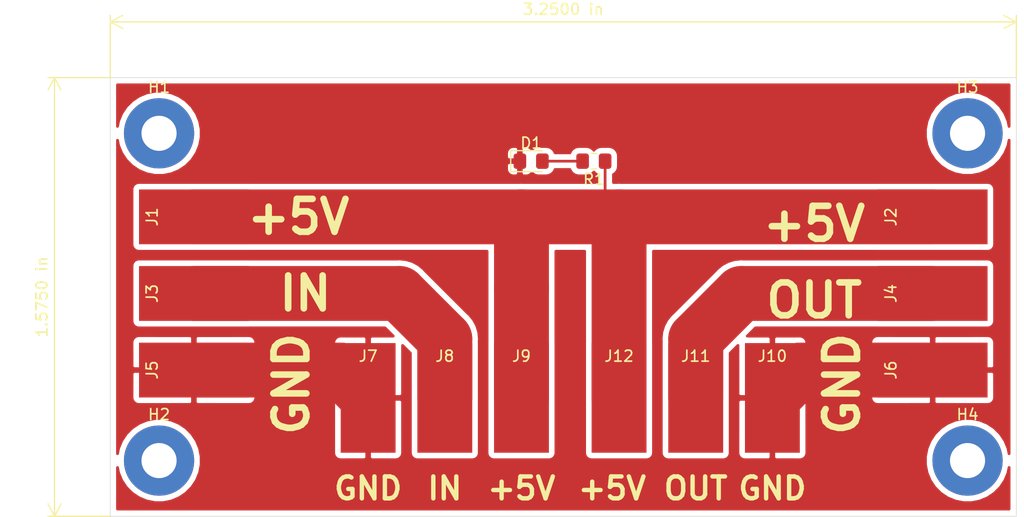
<source format=kicad_pcb>
(kicad_pcb (version 20171130) (host pcbnew "(5.1.0-0)")

  (general
    (thickness 1.6)
    (drawings 18)
    (tracks 19)
    (zones 0)
    (modules 18)
    (nets 6)
  )

  (page A4)
  (layers
    (0 F.Cu signal)
    (31 B.Cu signal)
    (32 B.Adhes user)
    (33 F.Adhes user)
    (34 B.Paste user)
    (35 F.Paste user)
    (36 B.SilkS user)
    (37 F.SilkS user)
    (38 B.Mask user)
    (39 F.Mask user)
    (40 Dwgs.User user)
    (41 Cmts.User user)
    (42 Eco1.User user)
    (43 Eco2.User user)
    (44 Edge.Cuts user)
    (45 Margin user)
    (46 B.CrtYd user)
    (47 F.CrtYd user)
    (48 B.Fab user)
    (49 F.Fab user)
  )

  (setup
    (last_trace_width 0.25)
    (user_trace_width 5)
    (trace_clearance 0.2)
    (zone_clearance 0.508)
    (zone_45_only no)
    (trace_min 0.2)
    (via_size 0.8)
    (via_drill 0.4)
    (via_min_size 0.4)
    (via_min_drill 0.3)
    (uvia_size 0.3)
    (uvia_drill 0.1)
    (uvias_allowed no)
    (uvia_min_size 0.2)
    (uvia_min_drill 0.1)
    (edge_width 0.05)
    (segment_width 0.2)
    (pcb_text_width 0.3)
    (pcb_text_size 1.5 1.5)
    (mod_edge_width 0.12)
    (mod_text_size 1 1)
    (mod_text_width 0.15)
    (pad_size 1.524 1.524)
    (pad_drill 0.762)
    (pad_to_mask_clearance 0.051)
    (solder_mask_min_width 0.25)
    (aux_axis_origin 0 0)
    (visible_elements FFFFF77F)
    (pcbplotparams
      (layerselection 0x010fc_ffffffff)
      (usegerberextensions false)
      (usegerberattributes false)
      (usegerberadvancedattributes false)
      (creategerberjobfile false)
      (excludeedgelayer true)
      (linewidth 0.100000)
      (plotframeref false)
      (viasonmask false)
      (mode 1)
      (useauxorigin false)
      (hpglpennumber 1)
      (hpglpenspeed 20)
      (hpglpendiameter 15.000000)
      (psnegative false)
      (psa4output false)
      (plotreference true)
      (plotvalue true)
      (plotinvisibletext false)
      (padsonsilk false)
      (subtractmaskfromsilk false)
      (outputformat 1)
      (mirror false)
      (drillshape 0)
      (scaleselection 1)
      (outputdirectory "./gerber/"))
  )

  (net 0 "")
  (net 1 +5V)
  (net 2 "Net-(J3-Pad1)")
  (net 3 "Net-(J11-Pad1)")
  (net 4 GND)
  (net 5 "Net-(D1-Pad2)")

  (net_class Default "This is the default net class."
    (clearance 0.2)
    (trace_width 0.25)
    (via_dia 0.8)
    (via_drill 0.4)
    (uvia_dia 0.3)
    (uvia_drill 0.1)
    (add_net +5V)
    (add_net GND)
    (add_net "Net-(D1-Pad2)")
    (add_net "Net-(J11-Pad1)")
    (add_net "Net-(J3-Pad1)")
  )

  (module Resistor_SMD:R_0805_2012Metric_Pad1.15x1.40mm_HandSolder (layer F.Cu) (tedit 5B36C52B) (tstamp 5DACFA10)
    (at 177.41 -3.175 180)
    (descr "Resistor SMD 0805 (2012 Metric), square (rectangular) end terminal, IPC_7351 nominal with elongated pad for handsoldering. (Body size source: https://docs.google.com/spreadsheets/d/1BsfQQcO9C6DZCsRaXUlFlo91Tg2WpOkGARC1WS5S8t0/edit?usp=sharing), generated with kicad-footprint-generator")
    (tags "resistor handsolder")
    (path /5DAE981C)
    (attr smd)
    (fp_text reference R1 (at 0 -1.65 180) (layer F.SilkS)
      (effects (font (size 1 1) (thickness 0.15)))
    )
    (fp_text value R (at 0 1.65 180) (layer F.Fab)
      (effects (font (size 1 1) (thickness 0.15)))
    )
    (fp_text user %R (at 0 0 180) (layer F.Fab)
      (effects (font (size 0.5 0.5) (thickness 0.08)))
    )
    (fp_line (start 1.85 0.95) (end -1.85 0.95) (layer F.CrtYd) (width 0.05))
    (fp_line (start 1.85 -0.95) (end 1.85 0.95) (layer F.CrtYd) (width 0.05))
    (fp_line (start -1.85 -0.95) (end 1.85 -0.95) (layer F.CrtYd) (width 0.05))
    (fp_line (start -1.85 0.95) (end -1.85 -0.95) (layer F.CrtYd) (width 0.05))
    (fp_line (start -0.261252 0.71) (end 0.261252 0.71) (layer F.SilkS) (width 0.12))
    (fp_line (start -0.261252 -0.71) (end 0.261252 -0.71) (layer F.SilkS) (width 0.12))
    (fp_line (start 1 0.6) (end -1 0.6) (layer F.Fab) (width 0.1))
    (fp_line (start 1 -0.6) (end 1 0.6) (layer F.Fab) (width 0.1))
    (fp_line (start -1 -0.6) (end 1 -0.6) (layer F.Fab) (width 0.1))
    (fp_line (start -1 0.6) (end -1 -0.6) (layer F.Fab) (width 0.1))
    (pad 2 smd roundrect (at 1.025 0 180) (size 1.15 1.4) (layers F.Cu F.Paste F.Mask) (roundrect_rratio 0.217391)
      (net 5 "Net-(D1-Pad2)"))
    (pad 1 smd roundrect (at -1.025 0 180) (size 1.15 1.4) (layers F.Cu F.Paste F.Mask) (roundrect_rratio 0.217391)
      (net 1 +5V))
    (model ${KISYS3DMOD}/Resistor_SMD.3dshapes/R_0805_2012Metric.wrl
      (at (xyz 0 0 0))
      (scale (xyz 1 1 1))
      (rotate (xyz 0 0 0))
    )
  )

  (module LED_SMD:LED_0805_2012Metric_Pad1.15x1.40mm_HandSolder (layer F.Cu) (tedit 5B4B45C9) (tstamp 5DACF8EF)
    (at 171.695 -3.175)
    (descr "LED SMD 0805 (2012 Metric), square (rectangular) end terminal, IPC_7351 nominal, (Body size source: https://docs.google.com/spreadsheets/d/1BsfQQcO9C6DZCsRaXUlFlo91Tg2WpOkGARC1WS5S8t0/edit?usp=sharing), generated with kicad-footprint-generator")
    (tags "LED handsolder")
    (path /5DAE8931)
    (attr smd)
    (fp_text reference D1 (at 0 -1.65) (layer F.SilkS)
      (effects (font (size 1 1) (thickness 0.15)))
    )
    (fp_text value LED (at 0 1.65) (layer F.Fab)
      (effects (font (size 1 1) (thickness 0.15)))
    )
    (fp_text user %R (at 0 0) (layer F.Fab)
      (effects (font (size 0.5 0.5) (thickness 0.08)))
    )
    (fp_line (start 1.85 0.95) (end -1.85 0.95) (layer F.CrtYd) (width 0.05))
    (fp_line (start 1.85 -0.95) (end 1.85 0.95) (layer F.CrtYd) (width 0.05))
    (fp_line (start -1.85 -0.95) (end 1.85 -0.95) (layer F.CrtYd) (width 0.05))
    (fp_line (start -1.85 0.95) (end -1.85 -0.95) (layer F.CrtYd) (width 0.05))
    (fp_line (start -1.86 0.96) (end 1 0.96) (layer F.SilkS) (width 0.12))
    (fp_line (start -1.86 -0.96) (end -1.86 0.96) (layer F.SilkS) (width 0.12))
    (fp_line (start 1 -0.96) (end -1.86 -0.96) (layer F.SilkS) (width 0.12))
    (fp_line (start 1 0.6) (end 1 -0.6) (layer F.Fab) (width 0.1))
    (fp_line (start -1 0.6) (end 1 0.6) (layer F.Fab) (width 0.1))
    (fp_line (start -1 -0.3) (end -1 0.6) (layer F.Fab) (width 0.1))
    (fp_line (start -0.7 -0.6) (end -1 -0.3) (layer F.Fab) (width 0.1))
    (fp_line (start 1 -0.6) (end -0.7 -0.6) (layer F.Fab) (width 0.1))
    (pad 2 smd roundrect (at 1.025 0) (size 1.15 1.4) (layers F.Cu F.Paste F.Mask) (roundrect_rratio 0.217391)
      (net 5 "Net-(D1-Pad2)"))
    (pad 1 smd roundrect (at -1.025 0) (size 1.15 1.4) (layers F.Cu F.Paste F.Mask) (roundrect_rratio 0.217391)
      (net 4 GND))
    (model ${KISYS3DMOD}/LED_SMD.3dshapes/LED_0805_2012Metric.wrl
      (at (xyz 0 0 0))
      (scale (xyz 1 1 1))
      (rotate (xyz 0 0 0))
    )
  )

  (module MountingHole:MountingHole_3.2mm_M3_Pad (layer F.Cu) (tedit 56D1B4CB) (tstamp 5DACEDC3)
    (at 137.795 -5.715)
    (descr "Mounting Hole 3.2mm, M3")
    (tags "mounting hole 3.2mm m3")
    (path /5DAD4B78)
    (attr virtual)
    (fp_text reference H1 (at 0 -4.2) (layer F.SilkS)
      (effects (font (size 1 1) (thickness 0.15)))
    )
    (fp_text value MountingHole (at 0 4.2) (layer F.Fab)
      (effects (font (size 1 1) (thickness 0.15)))
    )
    (fp_text user %R (at 0.3 0) (layer F.Fab)
      (effects (font (size 1 1) (thickness 0.15)))
    )
    (fp_circle (center 0 0) (end 3.2 0) (layer Cmts.User) (width 0.15))
    (fp_circle (center 0 0) (end 3.45 0) (layer F.CrtYd) (width 0.05))
    (pad 1 thru_hole circle (at 0 0) (size 6.4 6.4) (drill 3.2) (layers *.Cu *.Mask))
  )

  (module MountingHole:MountingHole_3.2mm_M3_Pad (layer F.Cu) (tedit 56D1B4CB) (tstamp 5DACEDCB)
    (at 137.795 24.13)
    (descr "Mounting Hole 3.2mm, M3")
    (tags "mounting hole 3.2mm m3")
    (path /5DAD549F)
    (attr virtual)
    (fp_text reference H2 (at 0 -4.2) (layer F.SilkS)
      (effects (font (size 1 1) (thickness 0.15)))
    )
    (fp_text value MountingHole (at 0 4.2) (layer F.Fab)
      (effects (font (size 1 1) (thickness 0.15)))
    )
    (fp_circle (center 0 0) (end 3.45 0) (layer F.CrtYd) (width 0.05))
    (fp_circle (center 0 0) (end 3.2 0) (layer Cmts.User) (width 0.15))
    (fp_text user %R (at 0.3 0) (layer F.Fab)
      (effects (font (size 1 1) (thickness 0.15)))
    )
    (pad 1 thru_hole circle (at 0 0) (size 6.4 6.4) (drill 3.2) (layers *.Cu *.Mask))
  )

  (module MountingHole:MountingHole_3.2mm_M3_Pad (layer F.Cu) (tedit 56D1B4CB) (tstamp 5DACF4D3)
    (at 211.455 -5.715)
    (descr "Mounting Hole 3.2mm, M3")
    (tags "mounting hole 3.2mm m3")
    (path /5DAD561B)
    (attr virtual)
    (fp_text reference H3 (at 0 -4.2) (layer F.SilkS)
      (effects (font (size 1 1) (thickness 0.15)))
    )
    (fp_text value MountingHole (at 0 4.2) (layer F.Fab)
      (effects (font (size 1 1) (thickness 0.15)))
    )
    (fp_text user %R (at 0.3 0) (layer F.Fab)
      (effects (font (size 1 1) (thickness 0.15)))
    )
    (fp_circle (center 0 0) (end 3.2 0) (layer Cmts.User) (width 0.15))
    (fp_circle (center 0 0) (end 3.45 0) (layer F.CrtYd) (width 0.05))
    (pad 1 thru_hole circle (at 0 0) (size 6.4 6.4) (drill 3.2) (layers *.Cu *.Mask))
  )

  (module MountingHole:MountingHole_3.2mm_M3_Pad (layer F.Cu) (tedit 56D1B4CB) (tstamp 5DACF279)
    (at 211.455 24.13)
    (descr "Mounting Hole 3.2mm, M3")
    (tags "mounting hole 3.2mm m3")
    (path /5DAD58FC)
    (attr virtual)
    (fp_text reference H4 (at 0 -4.2) (layer F.SilkS)
      (effects (font (size 1 1) (thickness 0.15)))
    )
    (fp_text value MountingHole (at 0 4.2) (layer F.Fab)
      (effects (font (size 1 1) (thickness 0.15)))
    )
    (fp_circle (center 0 0) (end 3.45 0) (layer F.CrtYd) (width 0.05))
    (fp_circle (center 0 0) (end 3.2 0) (layer Cmts.User) (width 0.15))
    (fp_text user %R (at 0.3 0) (layer F.Fab)
      (effects (font (size 1 1) (thickness 0.15)))
    )
    (pad 1 thru_hole circle (at 0 0) (size 6.4 6.4) (drill 3.2) (layers *.Cu *.Mask))
  )

  (module Connector_Wire:SolderWirePad_1x01_SMD_5x10mm (layer F.Cu) (tedit 5640A485) (tstamp 5DACEDE5)
    (at 140.97 1.905 90)
    (descr "Wire Pad, Square, SMD Pad,  5mm x 10mm,")
    (tags "MesurementPoint Square SMDPad 5mmx10mm ")
    (path /5DAC9B14)
    (attr smd virtual)
    (fp_text reference J1 (at 0 -3.81 90) (layer F.SilkS)
      (effects (font (size 1 1) (thickness 0.15)))
    )
    (fp_text value Conn_01x01_Male (at 0 6.35 90) (layer F.Fab)
      (effects (font (size 1 1) (thickness 0.15)))
    )
    (fp_text user %R (at 0 0 90) (layer F.Fab)
      (effects (font (size 1 1) (thickness 0.15)))
    )
    (fp_line (start 2.75 -5.25) (end -2.75 -5.25) (layer F.CrtYd) (width 0.05))
    (fp_line (start 2.75 5.25) (end 2.75 -5.25) (layer F.CrtYd) (width 0.05))
    (fp_line (start -2.75 5.25) (end 2.75 5.25) (layer F.CrtYd) (width 0.05))
    (fp_line (start -2.75 -5.25) (end -2.75 5.25) (layer F.CrtYd) (width 0.05))
    (pad 1 smd rect (at 0 0 90) (size 5 10) (layers F.Cu F.Paste F.Mask)
      (net 1 +5V))
  )

  (module Connector_Wire:SolderWirePad_1x01_SMD_5x10mm (layer F.Cu) (tedit 5640A485) (tstamp 5DACF4BA)
    (at 208.28 1.905 90)
    (descr "Wire Pad, Square, SMD Pad,  5mm x 10mm,")
    (tags "MesurementPoint Square SMDPad 5mmx10mm ")
    (path /5DAD0FEA)
    (attr smd virtual)
    (fp_text reference J2 (at 0 -3.81 90) (layer F.SilkS)
      (effects (font (size 1 1) (thickness 0.15)))
    )
    (fp_text value Conn_01x01_Male (at 0 6.35 90) (layer F.Fab)
      (effects (font (size 1 1) (thickness 0.15)))
    )
    (fp_line (start -2.75 -5.25) (end -2.75 5.25) (layer F.CrtYd) (width 0.05))
    (fp_line (start -2.75 5.25) (end 2.75 5.25) (layer F.CrtYd) (width 0.05))
    (fp_line (start 2.75 5.25) (end 2.75 -5.25) (layer F.CrtYd) (width 0.05))
    (fp_line (start 2.75 -5.25) (end -2.75 -5.25) (layer F.CrtYd) (width 0.05))
    (fp_text user %R (at 0 0 90) (layer F.Fab)
      (effects (font (size 1 1) (thickness 0.15)))
    )
    (pad 1 smd rect (at 0 0 90) (size 5 10) (layers F.Cu F.Paste F.Mask)
      (net 1 +5V))
  )

  (module Connector_Wire:SolderWirePad_1x01_SMD_5x10mm (layer F.Cu) (tedit 5640A485) (tstamp 5DACEDF9)
    (at 140.97 8.89 90)
    (descr "Wire Pad, Square, SMD Pad,  5mm x 10mm,")
    (tags "MesurementPoint Square SMDPad 5mmx10mm ")
    (path /5DAC9BCC)
    (attr smd virtual)
    (fp_text reference J3 (at 0 -3.81 90) (layer F.SilkS)
      (effects (font (size 1 1) (thickness 0.15)))
    )
    (fp_text value Conn_01x01_Male (at 0 6.35 90) (layer F.Fab)
      (effects (font (size 1 1) (thickness 0.15)))
    )
    (fp_line (start -2.75 -5.25) (end -2.75 5.25) (layer F.CrtYd) (width 0.05))
    (fp_line (start -2.75 5.25) (end 2.75 5.25) (layer F.CrtYd) (width 0.05))
    (fp_line (start 2.75 5.25) (end 2.75 -5.25) (layer F.CrtYd) (width 0.05))
    (fp_line (start 2.75 -5.25) (end -2.75 -5.25) (layer F.CrtYd) (width 0.05))
    (fp_text user %R (at 0 0 90) (layer F.Fab)
      (effects (font (size 1 1) (thickness 0.15)))
    )
    (pad 1 smd rect (at 0 0 90) (size 5 10) (layers F.Cu F.Paste F.Mask)
      (net 2 "Net-(J3-Pad1)"))
  )

  (module Connector_Wire:SolderWirePad_1x01_SMD_5x10mm (layer F.Cu) (tedit 5640A485) (tstamp 5DACF49F)
    (at 208.28 8.89 90)
    (descr "Wire Pad, Square, SMD Pad,  5mm x 10mm,")
    (tags "MesurementPoint Square SMDPad 5mmx10mm ")
    (path /5DAD1C08)
    (attr smd virtual)
    (fp_text reference J4 (at 0 -3.81 90) (layer F.SilkS)
      (effects (font (size 1 1) (thickness 0.15)))
    )
    (fp_text value Conn_01x01_Male (at 0 6.35 90) (layer F.Fab)
      (effects (font (size 1 1) (thickness 0.15)))
    )
    (fp_text user %R (at 0 0 90) (layer F.Fab)
      (effects (font (size 1 1) (thickness 0.15)))
    )
    (fp_line (start 2.75 -5.25) (end -2.75 -5.25) (layer F.CrtYd) (width 0.05))
    (fp_line (start 2.75 5.25) (end 2.75 -5.25) (layer F.CrtYd) (width 0.05))
    (fp_line (start -2.75 5.25) (end 2.75 5.25) (layer F.CrtYd) (width 0.05))
    (fp_line (start -2.75 -5.25) (end -2.75 5.25) (layer F.CrtYd) (width 0.05))
    (pad 1 smd rect (at 0 0 90) (size 5 10) (layers F.Cu F.Paste F.Mask)
      (net 3 "Net-(J11-Pad1)"))
  )

  (module Connector_Wire:SolderWirePad_1x01_SMD_5x10mm (layer F.Cu) (tedit 5640A485) (tstamp 5DACEE0D)
    (at 140.97 15.875 90)
    (descr "Wire Pad, Square, SMD Pad,  5mm x 10mm,")
    (tags "MesurementPoint Square SMDPad 5mmx10mm ")
    (path /5DAC9EB1)
    (attr smd virtual)
    (fp_text reference J5 (at 0 -3.81 90) (layer F.SilkS)
      (effects (font (size 1 1) (thickness 0.15)))
    )
    (fp_text value Conn_01x01_Male (at 0 6.35 90) (layer F.Fab)
      (effects (font (size 1 1) (thickness 0.15)))
    )
    (fp_text user %R (at 0 0 90) (layer F.Fab)
      (effects (font (size 1 1) (thickness 0.15)))
    )
    (fp_line (start 2.75 -5.25) (end -2.75 -5.25) (layer F.CrtYd) (width 0.05))
    (fp_line (start 2.75 5.25) (end 2.75 -5.25) (layer F.CrtYd) (width 0.05))
    (fp_line (start -2.75 5.25) (end 2.75 5.25) (layer F.CrtYd) (width 0.05))
    (fp_line (start -2.75 -5.25) (end -2.75 5.25) (layer F.CrtYd) (width 0.05))
    (pad 1 smd rect (at 0 0 90) (size 5 10) (layers F.Cu F.Paste F.Mask)
      (net 4 GND))
  )

  (module Connector_Wire:SolderWirePad_1x01_SMD_5x10mm (layer F.Cu) (tedit 5640A485) (tstamp 5DACF484)
    (at 208.28 15.875 90)
    (descr "Wire Pad, Square, SMD Pad,  5mm x 10mm,")
    (tags "MesurementPoint Square SMDPad 5mmx10mm ")
    (path /5DAD224A)
    (attr smd virtual)
    (fp_text reference J6 (at 0 -3.81 90) (layer F.SilkS)
      (effects (font (size 1 1) (thickness 0.15)))
    )
    (fp_text value Conn_01x01_Male (at 0 6.35 90) (layer F.Fab)
      (effects (font (size 1 1) (thickness 0.15)))
    )
    (fp_line (start -2.75 -5.25) (end -2.75 5.25) (layer F.CrtYd) (width 0.05))
    (fp_line (start -2.75 5.25) (end 2.75 5.25) (layer F.CrtYd) (width 0.05))
    (fp_line (start 2.75 5.25) (end 2.75 -5.25) (layer F.CrtYd) (width 0.05))
    (fp_line (start 2.75 -5.25) (end -2.75 -5.25) (layer F.CrtYd) (width 0.05))
    (fp_text user %R (at 0 0 90) (layer F.Fab)
      (effects (font (size 1 1) (thickness 0.15)))
    )
    (pad 1 smd rect (at 0 0 90) (size 5 10) (layers F.Cu F.Paste F.Mask)
      (net 4 GND))
  )

  (module Connector_Wire:SolderWirePad_1x01_SMD_5x10mm (layer F.Cu) (tedit 5640A485) (tstamp 5DACF6B3)
    (at 156.845 18.415)
    (descr "Wire Pad, Square, SMD Pad,  5mm x 10mm,")
    (tags "MesurementPoint Square SMDPad 5mmx10mm ")
    (path /5DAD6D2C)
    (attr smd virtual)
    (fp_text reference J7 (at 0 -3.81) (layer F.SilkS)
      (effects (font (size 1 1) (thickness 0.15)))
    )
    (fp_text value Conn_01x01_Male (at 0 6.35) (layer F.Fab)
      (effects (font (size 1 1) (thickness 0.15)))
    )
    (fp_line (start -2.75 -5.25) (end -2.75 5.25) (layer F.CrtYd) (width 0.05))
    (fp_line (start -2.75 5.25) (end 2.75 5.25) (layer F.CrtYd) (width 0.05))
    (fp_line (start 2.75 5.25) (end 2.75 -5.25) (layer F.CrtYd) (width 0.05))
    (fp_line (start 2.75 -5.25) (end -2.75 -5.25) (layer F.CrtYd) (width 0.05))
    (fp_text user %R (at 0 0) (layer F.Fab)
      (effects (font (size 1 1) (thickness 0.15)))
    )
    (pad 1 smd rect (at 0 0) (size 5 10) (layers F.Cu F.Paste F.Mask)
      (net 4 GND))
  )

  (module Connector_Wire:SolderWirePad_1x01_SMD_5x10mm (layer F.Cu) (tedit 5640A485) (tstamp 5DACF698)
    (at 163.83 18.415)
    (descr "Wire Pad, Square, SMD Pad,  5mm x 10mm,")
    (tags "MesurementPoint Square SMDPad 5mmx10mm ")
    (path /5DAD68B8)
    (attr smd virtual)
    (fp_text reference J8 (at 0 -3.81) (layer F.SilkS)
      (effects (font (size 1 1) (thickness 0.15)))
    )
    (fp_text value Conn_01x01_Male (at 0 6.35) (layer F.Fab)
      (effects (font (size 1 1) (thickness 0.15)))
    )
    (fp_text user %R (at 0 0) (layer F.Fab)
      (effects (font (size 1 1) (thickness 0.15)))
    )
    (fp_line (start 2.75 -5.25) (end -2.75 -5.25) (layer F.CrtYd) (width 0.05))
    (fp_line (start 2.75 5.25) (end 2.75 -5.25) (layer F.CrtYd) (width 0.05))
    (fp_line (start -2.75 5.25) (end 2.75 5.25) (layer F.CrtYd) (width 0.05))
    (fp_line (start -2.75 -5.25) (end -2.75 5.25) (layer F.CrtYd) (width 0.05))
    (pad 1 smd rect (at 0 0) (size 5 10) (layers F.Cu F.Paste F.Mask)
      (net 2 "Net-(J3-Pad1)"))
  )

  (module Connector_Wire:SolderWirePad_1x01_SMD_5x10mm (layer F.Cu) (tedit 5640A485) (tstamp 5DACF67D)
    (at 170.815 18.415)
    (descr "Wire Pad, Square, SMD Pad,  5mm x 10mm,")
    (tags "MesurementPoint Square SMDPad 5mmx10mm ")
    (path /5DAD447C)
    (attr smd virtual)
    (fp_text reference J9 (at 0 -3.81) (layer F.SilkS)
      (effects (font (size 1 1) (thickness 0.15)))
    )
    (fp_text value Conn_01x01_Male (at 0 6.35) (layer F.Fab)
      (effects (font (size 1 1) (thickness 0.15)))
    )
    (fp_line (start -2.75 -5.25) (end -2.75 5.25) (layer F.CrtYd) (width 0.05))
    (fp_line (start -2.75 5.25) (end 2.75 5.25) (layer F.CrtYd) (width 0.05))
    (fp_line (start 2.75 5.25) (end 2.75 -5.25) (layer F.CrtYd) (width 0.05))
    (fp_line (start 2.75 -5.25) (end -2.75 -5.25) (layer F.CrtYd) (width 0.05))
    (fp_text user %R (at 0 0) (layer F.Fab)
      (effects (font (size 1 1) (thickness 0.15)))
    )
    (pad 1 smd rect (at 0 0) (size 5 10) (layers F.Cu F.Paste F.Mask)
      (net 1 +5V))
  )

  (module Connector_Wire:SolderWirePad_1x01_SMD_5x10mm (layer F.Cu) (tedit 5640A485) (tstamp 5DACF662)
    (at 193.675 18.415)
    (descr "Wire Pad, Square, SMD Pad,  5mm x 10mm,")
    (tags "MesurementPoint Square SMDPad 5mmx10mm ")
    (path /5DAD3F0C)
    (attr smd virtual)
    (fp_text reference J10 (at 0 -3.81) (layer F.SilkS)
      (effects (font (size 1 1) (thickness 0.15)))
    )
    (fp_text value Conn_01x01_Male (at 0 6.35) (layer F.Fab)
      (effects (font (size 1 1) (thickness 0.15)))
    )
    (fp_text user %R (at 0 0) (layer F.Fab)
      (effects (font (size 1 1) (thickness 0.15)))
    )
    (fp_line (start 2.75 -5.25) (end -2.75 -5.25) (layer F.CrtYd) (width 0.05))
    (fp_line (start 2.75 5.25) (end 2.75 -5.25) (layer F.CrtYd) (width 0.05))
    (fp_line (start -2.75 5.25) (end 2.75 5.25) (layer F.CrtYd) (width 0.05))
    (fp_line (start -2.75 -5.25) (end -2.75 5.25) (layer F.CrtYd) (width 0.05))
    (pad 1 smd rect (at 0 0) (size 5 10) (layers F.Cu F.Paste F.Mask)
      (net 4 GND))
  )

  (module Connector_Wire:SolderWirePad_1x01_SMD_5x10mm (layer F.Cu) (tedit 5640A485) (tstamp 5DACF647)
    (at 186.69 18.415)
    (descr "Wire Pad, Square, SMD Pad,  5mm x 10mm,")
    (tags "MesurementPoint Square SMDPad 5mmx10mm ")
    (path /5DAD36BD)
    (attr smd virtual)
    (fp_text reference J11 (at 0 -3.81) (layer F.SilkS)
      (effects (font (size 1 1) (thickness 0.15)))
    )
    (fp_text value Conn_01x01_Male (at 0 6.35) (layer F.Fab)
      (effects (font (size 1 1) (thickness 0.15)))
    )
    (fp_line (start -2.75 -5.25) (end -2.75 5.25) (layer F.CrtYd) (width 0.05))
    (fp_line (start -2.75 5.25) (end 2.75 5.25) (layer F.CrtYd) (width 0.05))
    (fp_line (start 2.75 5.25) (end 2.75 -5.25) (layer F.CrtYd) (width 0.05))
    (fp_line (start 2.75 -5.25) (end -2.75 -5.25) (layer F.CrtYd) (width 0.05))
    (fp_text user %R (at 0 0) (layer F.Fab)
      (effects (font (size 1 1) (thickness 0.15)))
    )
    (pad 1 smd rect (at 0 0) (size 5 10) (layers F.Cu F.Paste F.Mask)
      (net 3 "Net-(J11-Pad1)"))
  )

  (module Connector_Wire:SolderWirePad_1x01_SMD_5x10mm (layer F.Cu) (tedit 5640A485) (tstamp 5DACF706)
    (at 179.705 18.415)
    (descr "Wire Pad, Square, SMD Pad,  5mm x 10mm,")
    (tags "MesurementPoint Square SMDPad 5mmx10mm ")
    (path /5DAD25D7)
    (attr smd virtual)
    (fp_text reference J12 (at 0 -3.81) (layer F.SilkS)
      (effects (font (size 1 1) (thickness 0.15)))
    )
    (fp_text value Conn_01x01_Male (at 0 6.35) (layer F.Fab)
      (effects (font (size 1 1) (thickness 0.15)))
    )
    (fp_text user %R (at 0 0) (layer F.Fab)
      (effects (font (size 1 1) (thickness 0.15)))
    )
    (fp_line (start 2.75 -5.25) (end -2.75 -5.25) (layer F.CrtYd) (width 0.05))
    (fp_line (start 2.75 5.25) (end 2.75 -5.25) (layer F.CrtYd) (width 0.05))
    (fp_line (start -2.75 5.25) (end 2.75 5.25) (layer F.CrtYd) (width 0.05))
    (fp_line (start -2.75 -5.25) (end -2.75 5.25) (layer F.CrtYd) (width 0.05))
    (pad 1 smd rect (at 0 0) (size 5 10) (layers F.Cu F.Paste F.Mask)
      (net 1 +5V))
  )

  (dimension 82.55 (width 0.12) (layer F.SilkS)
    (gr_text "82.550 mm" (at 174.625 -17.145) (layer F.SilkS)
      (effects (font (size 1 1) (thickness 0.15)))
    )
    (feature1 (pts (xy 215.9 -10.795) (xy 215.9 -16.461421)))
    (feature2 (pts (xy 133.35 -10.795) (xy 133.35 -16.461421)))
    (crossbar (pts (xy 133.35 -15.875) (xy 215.9 -15.875)))
    (arrow1a (pts (xy 215.9 -15.875) (xy 214.773496 -15.288579)))
    (arrow1b (pts (xy 215.9 -15.875) (xy 214.773496 -16.461421)))
    (arrow2a (pts (xy 133.35 -15.875) (xy 134.476504 -15.288579)))
    (arrow2b (pts (xy 133.35 -15.875) (xy 134.476504 -16.461421)))
  )
  (dimension 40.005 (width 0.12) (layer F.SilkS)
    (gr_text "40.005 mm" (at 127 9.2075 270) (layer F.SilkS)
      (effects (font (size 1 1) (thickness 0.15)))
    )
    (feature1 (pts (xy 133.35 29.21) (xy 127.683579 29.21)))
    (feature2 (pts (xy 133.35 -10.795) (xy 127.683579 -10.795)))
    (crossbar (pts (xy 128.27 -10.795) (xy 128.27 29.21)))
    (arrow1a (pts (xy 128.27 29.21) (xy 127.683579 28.083496)))
    (arrow1b (pts (xy 128.27 29.21) (xy 128.856421 28.083496)))
    (arrow2a (pts (xy 128.27 -10.795) (xy 127.683579 -9.668496)))
    (arrow2b (pts (xy 128.27 -10.795) (xy 128.856421 -9.668496)))
  )
  (gr_text GND (at 149.86 17.145 90) (layer F.SilkS) (tstamp 5DACFD81)
    (effects (font (size 3 3) (thickness 0.6)))
  )
  (gr_text IN (at 151.13 8.89) (layer F.SilkS) (tstamp 5DACFD76)
    (effects (font (size 3 3) (thickness 0.6)))
  )
  (gr_text OUT (at 197.485 9.525) (layer F.SilkS) (tstamp 5DACFD76)
    (effects (font (size 3 3) (thickness 0.6)))
  )
  (gr_text GND (at 200.025 17.145 90) (layer F.SilkS) (tstamp 5DACFD6A)
    (effects (font (size 3 3) (thickness 0.6)))
  )
  (gr_text OUT (at 186.69 26.67) (layer F.SilkS) (tstamp 5DACFD5D)
    (effects (font (size 2 2) (thickness 0.4)))
  )
  (gr_text IN (at 163.83 26.67) (layer F.SilkS) (tstamp 5DACFD58)
    (effects (font (size 2 2) (thickness 0.4)))
  )
  (gr_text "GND\n" (at 156.845 26.67) (layer F.SilkS) (tstamp 5DACFD58)
    (effects (font (size 2 2) (thickness 0.4)))
  )
  (gr_text "GND\n" (at 193.675 26.67) (layer F.SilkS) (tstamp 5DACFD53)
    (effects (font (size 2 2) (thickness 0.4)))
  )
  (gr_text +5V (at 179.07 26.67) (layer F.SilkS) (tstamp 5DACFD53)
    (effects (font (size 2 2) (thickness 0.4)))
  )
  (gr_text +5V (at 170.815 26.67) (layer F.SilkS) (tstamp 5DACFD45)
    (effects (font (size 2 2) (thickness 0.4)))
  )
  (gr_text +5V (at 197.485 2.54) (layer F.SilkS) (tstamp 5DACFD45)
    (effects (font (size 3 3) (thickness 0.6)))
  )
  (gr_text +5V (at 150.495 1.905) (layer F.SilkS)
    (effects (font (size 3 3) (thickness 0.6)))
  )
  (gr_line (start 215.9 -10.795) (end 215.9 29.21) (layer Edge.Cuts) (width 0.05) (tstamp 5DACF5A0))
  (gr_line (start 133.35 -10.795) (end 215.9 -10.795) (layer Edge.Cuts) (width 0.05))
  (gr_line (start 133.35 29.21) (end 133.35 -10.795) (layer Edge.Cuts) (width 0.05))
  (gr_line (start 215.9 29.21) (end 133.35 29.21) (layer Edge.Cuts) (width 0.05))

  (segment (start 179.705 1.905) (end 179.705 18.415) (width 5) (layer F.Cu) (net 1))
  (segment (start 179.705 1.905) (end 208.28 1.905) (width 5) (layer F.Cu) (net 1))
  (segment (start 170.815 8.415) (end 170.815 1.905) (width 5) (layer F.Cu) (net 1))
  (segment (start 170.815 1.905) (end 179.705 1.905) (width 5) (layer F.Cu) (net 1))
  (segment (start 170.815 18.415) (end 170.815 8.415) (width 5) (layer F.Cu) (net 1))
  (segment (start 140.97 1.905) (end 170.815 1.905) (width 5) (layer F.Cu) (net 1))
  (segment (start 178.435 0.635) (end 179.705 1.905) (width 0.25) (layer F.Cu) (net 1))
  (segment (start 178.435 -3.175) (end 178.435 0.635) (width 0.25) (layer F.Cu) (net 1))
  (segment (start 163.83 13.039998) (end 163.83 18.415) (width 5) (layer F.Cu) (net 2))
  (segment (start 159.680002 8.89) (end 163.83 13.039998) (width 5) (layer F.Cu) (net 2))
  (segment (start 140.97 8.89) (end 159.680002 8.89) (width 5) (layer F.Cu) (net 2))
  (segment (start 186.69 13.039998) (end 186.69 18.415) (width 5) (layer F.Cu) (net 3))
  (segment (start 190.839998 8.89) (end 186.69 13.039998) (width 5) (layer F.Cu) (net 3))
  (segment (start 208.28 8.89) (end 190.839998 8.89) (width 5) (layer F.Cu) (net 3))
  (segment (start 196.215 15.875) (end 193.675 18.415) (width 5) (layer F.Cu) (net 4))
  (segment (start 208.28 15.875) (end 196.215 15.875) (width 5) (layer F.Cu) (net 4))
  (segment (start 154.305 15.875) (end 156.845 18.415) (width 5) (layer F.Cu) (net 4))
  (segment (start 140.97 15.875) (end 154.305 15.875) (width 5) (layer F.Cu) (net 4))
  (segment (start 176.385 -3.175) (end 172.72 -3.175) (width 0.25) (layer F.Cu) (net 5))

  (zone (net 4) (net_name GND) (layer F.Cu) (tstamp 5DACFDC5) (hatch edge 0.508)
    (connect_pads (clearance 0.508))
    (min_thickness 0.254)
    (fill yes (arc_segments 32) (thermal_gap 0.508) (thermal_bridge_width 0.508))
    (polygon
      (pts
        (xy 133.35 -10.795) (xy 133.35 29.21) (xy 215.9 29.21) (xy 215.9 -10.795)
      )
    )
    (filled_polygon
      (pts
        (xy 215.24 -6.344082) (xy 215.142623 -6.833628) (xy 214.853533 -7.531554) (xy 214.433839 -8.15967) (xy 213.89967 -8.693839)
        (xy 213.271554 -9.113533) (xy 212.573628 -9.402623) (xy 211.832715 -9.55) (xy 211.077285 -9.55) (xy 210.336372 -9.402623)
        (xy 209.638446 -9.113533) (xy 209.01033 -8.693839) (xy 208.476161 -8.15967) (xy 208.056467 -7.531554) (xy 207.767377 -6.833628)
        (xy 207.62 -6.092715) (xy 207.62 -5.337285) (xy 207.767377 -4.596372) (xy 208.056467 -3.898446) (xy 208.476161 -3.27033)
        (xy 209.01033 -2.736161) (xy 209.638446 -2.316467) (xy 210.336372 -2.027377) (xy 211.077285 -1.88) (xy 211.832715 -1.88)
        (xy 212.573628 -2.027377) (xy 213.271554 -2.316467) (xy 213.89967 -2.736161) (xy 214.433839 -3.27033) (xy 214.853533 -3.898446)
        (xy 215.142623 -4.596372) (xy 215.24 -5.085918) (xy 215.240001 23.500923) (xy 215.142623 23.011372) (xy 214.853533 22.313446)
        (xy 214.433839 21.68533) (xy 213.89967 21.151161) (xy 213.271554 20.731467) (xy 212.573628 20.442377) (xy 211.832715 20.295)
        (xy 211.077285 20.295) (xy 210.336372 20.442377) (xy 209.638446 20.731467) (xy 209.01033 21.151161) (xy 208.476161 21.68533)
        (xy 208.056467 22.313446) (xy 207.767377 23.011372) (xy 207.62 23.752285) (xy 207.62 24.507715) (xy 207.767377 25.248628)
        (xy 208.056467 25.946554) (xy 208.476161 26.57467) (xy 209.01033 27.108839) (xy 209.638446 27.528533) (xy 210.336372 27.817623)
        (xy 211.077285 27.965) (xy 211.832715 27.965) (xy 212.573628 27.817623) (xy 213.271554 27.528533) (xy 213.89967 27.108839)
        (xy 214.433839 26.57467) (xy 214.853533 25.946554) (xy 215.142623 25.248628) (xy 215.240001 24.759077) (xy 215.240001 28.55)
        (xy 134.01 28.55) (xy 134.01 24.759082) (xy 134.107377 25.248628) (xy 134.396467 25.946554) (xy 134.816161 26.57467)
        (xy 135.35033 27.108839) (xy 135.978446 27.528533) (xy 136.676372 27.817623) (xy 137.417285 27.965) (xy 138.172715 27.965)
        (xy 138.913628 27.817623) (xy 139.611554 27.528533) (xy 140.23967 27.108839) (xy 140.773839 26.57467) (xy 141.193533 25.946554)
        (xy 141.482623 25.248628) (xy 141.63 24.507715) (xy 141.63 23.752285) (xy 141.56291 23.415) (xy 153.706928 23.415)
        (xy 153.719188 23.539482) (xy 153.755498 23.65918) (xy 153.814463 23.769494) (xy 153.893815 23.866185) (xy 153.990506 23.945537)
        (xy 154.10082 24.004502) (xy 154.220518 24.040812) (xy 154.345 24.053072) (xy 156.55925 24.05) (xy 156.718 23.89125)
        (xy 156.718 18.542) (xy 156.972 18.542) (xy 156.972 23.89125) (xy 157.13075 24.05) (xy 159.345 24.053072)
        (xy 159.469482 24.040812) (xy 159.58918 24.004502) (xy 159.699494 23.945537) (xy 159.796185 23.866185) (xy 159.875537 23.769494)
        (xy 159.934502 23.65918) (xy 159.970812 23.539482) (xy 159.983072 23.415) (xy 159.98 18.70075) (xy 159.82125 18.542)
        (xy 156.972 18.542) (xy 156.718 18.542) (xy 153.86875 18.542) (xy 153.71 18.70075) (xy 153.706928 23.415)
        (xy 141.56291 23.415) (xy 141.482623 23.011372) (xy 141.193533 22.313446) (xy 140.773839 21.68533) (xy 140.23967 21.151161)
        (xy 139.611554 20.731467) (xy 138.913628 20.442377) (xy 138.172715 20.295) (xy 137.417285 20.295) (xy 136.676372 20.442377)
        (xy 135.978446 20.731467) (xy 135.35033 21.151161) (xy 134.816161 21.68533) (xy 134.396467 22.313446) (xy 134.107377 23.011372)
        (xy 134.01 23.500918) (xy 134.01 18.375) (xy 135.331928 18.375) (xy 135.344188 18.499482) (xy 135.380498 18.61918)
        (xy 135.439463 18.729494) (xy 135.518815 18.826185) (xy 135.615506 18.905537) (xy 135.72582 18.964502) (xy 135.845518 19.000812)
        (xy 135.97 19.013072) (xy 140.68425 19.01) (xy 140.843 18.85125) (xy 140.843 16.002) (xy 141.097 16.002)
        (xy 141.097 18.85125) (xy 141.25575 19.01) (xy 145.97 19.013072) (xy 146.094482 19.000812) (xy 146.21418 18.964502)
        (xy 146.324494 18.905537) (xy 146.421185 18.826185) (xy 146.500537 18.729494) (xy 146.559502 18.61918) (xy 146.595812 18.499482)
        (xy 146.608072 18.375) (xy 146.605 16.16075) (xy 146.44625 16.002) (xy 141.097 16.002) (xy 140.843 16.002)
        (xy 135.49375 16.002) (xy 135.335 16.16075) (xy 135.331928 18.375) (xy 134.01 18.375) (xy 134.01 13.375)
        (xy 135.331928 13.375) (xy 135.335 15.58925) (xy 135.49375 15.748) (xy 140.843 15.748) (xy 140.843 12.89875)
        (xy 141.097 12.89875) (xy 141.097 15.748) (xy 146.44625 15.748) (xy 146.605 15.58925) (xy 146.608016 13.415)
        (xy 153.706928 13.415) (xy 153.71 18.12925) (xy 153.86875 18.288) (xy 156.718 18.288) (xy 156.718 12.93875)
        (xy 156.55925 12.78) (xy 154.345 12.776928) (xy 154.220518 12.789188) (xy 154.10082 12.825498) (xy 153.990506 12.884463)
        (xy 153.893815 12.963815) (xy 153.814463 13.060506) (xy 153.755498 13.17082) (xy 153.719188 13.290518) (xy 153.706928 13.415)
        (xy 146.608016 13.415) (xy 146.608072 13.375) (xy 146.595812 13.250518) (xy 146.559502 13.13082) (xy 146.500537 13.020506)
        (xy 146.421185 12.923815) (xy 146.324494 12.844463) (xy 146.21418 12.785498) (xy 146.094482 12.749188) (xy 145.97 12.736928)
        (xy 141.25575 12.74) (xy 141.097 12.89875) (xy 140.843 12.89875) (xy 140.68425 12.74) (xy 135.97 12.736928)
        (xy 135.845518 12.749188) (xy 135.72582 12.785498) (xy 135.615506 12.844463) (xy 135.518815 12.923815) (xy 135.439463 13.020506)
        (xy 135.380498 13.13082) (xy 135.344188 13.250518) (xy 135.331928 13.375) (xy 134.01 13.375) (xy 134.01 6.39)
        (xy 135.331928 6.39) (xy 135.331928 11.39) (xy 135.344188 11.514482) (xy 135.380498 11.63418) (xy 135.439463 11.744494)
        (xy 135.518815 11.841185) (xy 135.615506 11.920537) (xy 135.72582 11.979502) (xy 135.845518 12.015812) (xy 135.97 12.028072)
        (xy 145.97 12.028072) (xy 146.001192 12.025) (xy 158.381444 12.025) (xy 159.133664 12.777221) (xy 157.13075 12.78)
        (xy 156.972 12.93875) (xy 156.972 18.288) (xy 159.82125 18.288) (xy 159.98 18.12925) (xy 159.982934 13.626491)
        (xy 160.691928 14.335486) (xy 160.691928 23.415) (xy 160.704188 23.539482) (xy 160.740498 23.65918) (xy 160.799463 23.769494)
        (xy 160.878815 23.866185) (xy 160.975506 23.945537) (xy 161.08582 24.004502) (xy 161.205518 24.040812) (xy 161.33 24.053072)
        (xy 166.33 24.053072) (xy 166.454482 24.040812) (xy 166.57418 24.004502) (xy 166.684494 23.945537) (xy 166.781185 23.866185)
        (xy 166.860537 23.769494) (xy 166.919502 23.65918) (xy 166.955812 23.539482) (xy 166.968072 23.415) (xy 166.968072 13.415)
        (xy 166.965 13.383808) (xy 166.965 13.193992) (xy 166.980167 13.039997) (xy 166.965 12.886002) (xy 166.965 12.885996)
        (xy 166.919638 12.425431) (xy 166.740376 11.834481) (xy 166.449269 11.289858) (xy 166.209651 10.997883) (xy 166.155675 10.932113)
        (xy 166.155674 10.932112) (xy 166.057505 10.812493) (xy 165.937887 10.714325) (xy 162.005684 6.782124) (xy 161.907507 6.662495)
        (xy 161.430142 6.270731) (xy 160.885519 5.979624) (xy 160.294569 5.800362) (xy 159.834004 5.755) (xy 159.833997 5.755)
        (xy 159.680002 5.739833) (xy 159.526007 5.755) (xy 146.001192 5.755) (xy 145.97 5.751928) (xy 135.97 5.751928)
        (xy 135.845518 5.764188) (xy 135.72582 5.800498) (xy 135.615506 5.859463) (xy 135.518815 5.938815) (xy 135.439463 6.035506)
        (xy 135.380498 6.14582) (xy 135.344188 6.265518) (xy 135.331928 6.39) (xy 134.01 6.39) (xy 134.01 -0.595)
        (xy 135.331928 -0.595) (xy 135.331928 4.405) (xy 135.344188 4.529482) (xy 135.380498 4.64918) (xy 135.439463 4.759494)
        (xy 135.518815 4.856185) (xy 135.615506 4.935537) (xy 135.72582 4.994502) (xy 135.845518 5.030812) (xy 135.97 5.043072)
        (xy 145.97 5.043072) (xy 146.001192 5.04) (xy 167.680001 5.04) (xy 167.68 8.569001) (xy 167.680001 8.569011)
        (xy 167.680001 13.383803) (xy 167.676928 13.415) (xy 167.676928 23.415) (xy 167.689188 23.539482) (xy 167.725498 23.65918)
        (xy 167.784463 23.769494) (xy 167.863815 23.866185) (xy 167.960506 23.945537) (xy 168.07082 24.004502) (xy 168.190518 24.040812)
        (xy 168.315 24.053072) (xy 173.315 24.053072) (xy 173.439482 24.040812) (xy 173.55918 24.004502) (xy 173.669494 23.945537)
        (xy 173.766185 23.866185) (xy 173.845537 23.769494) (xy 173.904502 23.65918) (xy 173.940812 23.539482) (xy 173.953072 23.415)
        (xy 173.953072 13.415) (xy 173.95 13.383808) (xy 173.95 5.04) (xy 176.57 5.04) (xy 176.570001 13.383801)
        (xy 176.566928 13.415) (xy 176.566928 23.415) (xy 176.579188 23.539482) (xy 176.615498 23.65918) (xy 176.674463 23.769494)
        (xy 176.753815 23.866185) (xy 176.850506 23.945537) (xy 176.96082 24.004502) (xy 177.080518 24.040812) (xy 177.205 24.053072)
        (xy 182.205 24.053072) (xy 182.329482 24.040812) (xy 182.44918 24.004502) (xy 182.559494 23.945537) (xy 182.656185 23.866185)
        (xy 182.735537 23.769494) (xy 182.794502 23.65918) (xy 182.830812 23.539482) (xy 182.843072 23.415) (xy 182.843072 13.415)
        (xy 182.84 13.383808) (xy 182.84 13.039998) (xy 183.539833 13.039998) (xy 183.555 13.193993) (xy 183.555 13.383808)
        (xy 183.551928 13.415) (xy 183.551928 23.415) (xy 183.564188 23.539482) (xy 183.600498 23.65918) (xy 183.659463 23.769494)
        (xy 183.738815 23.866185) (xy 183.835506 23.945537) (xy 183.94582 24.004502) (xy 184.065518 24.040812) (xy 184.19 24.053072)
        (xy 189.19 24.053072) (xy 189.314482 24.040812) (xy 189.43418 24.004502) (xy 189.544494 23.945537) (xy 189.641185 23.866185)
        (xy 189.720537 23.769494) (xy 189.779502 23.65918) (xy 189.815812 23.539482) (xy 189.828072 23.415) (xy 190.536928 23.415)
        (xy 190.549188 23.539482) (xy 190.585498 23.65918) (xy 190.644463 23.769494) (xy 190.723815 23.866185) (xy 190.820506 23.945537)
        (xy 190.93082 24.004502) (xy 191.050518 24.040812) (xy 191.175 24.053072) (xy 193.38925 24.05) (xy 193.548 23.89125)
        (xy 193.548 18.542) (xy 193.802 18.542) (xy 193.802 23.89125) (xy 193.96075 24.05) (xy 196.175 24.053072)
        (xy 196.299482 24.040812) (xy 196.41918 24.004502) (xy 196.529494 23.945537) (xy 196.626185 23.866185) (xy 196.705537 23.769494)
        (xy 196.764502 23.65918) (xy 196.800812 23.539482) (xy 196.813072 23.415) (xy 196.81 18.70075) (xy 196.65125 18.542)
        (xy 193.802 18.542) (xy 193.548 18.542) (xy 190.69875 18.542) (xy 190.54 18.70075) (xy 190.536928 23.415)
        (xy 189.828072 23.415) (xy 189.828072 18.375) (xy 202.641928 18.375) (xy 202.654188 18.499482) (xy 202.690498 18.61918)
        (xy 202.749463 18.729494) (xy 202.828815 18.826185) (xy 202.925506 18.905537) (xy 203.03582 18.964502) (xy 203.155518 19.000812)
        (xy 203.28 19.013072) (xy 207.99425 19.01) (xy 208.153 18.85125) (xy 208.153 16.002) (xy 208.407 16.002)
        (xy 208.407 18.85125) (xy 208.56575 19.01) (xy 213.28 19.013072) (xy 213.404482 19.000812) (xy 213.52418 18.964502)
        (xy 213.634494 18.905537) (xy 213.731185 18.826185) (xy 213.810537 18.729494) (xy 213.869502 18.61918) (xy 213.905812 18.499482)
        (xy 213.918072 18.375) (xy 213.915 16.16075) (xy 213.75625 16.002) (xy 208.407 16.002) (xy 208.153 16.002)
        (xy 202.80375 16.002) (xy 202.645 16.16075) (xy 202.641928 18.375) (xy 189.828072 18.375) (xy 189.828072 14.335484)
        (xy 190.537066 13.626491) (xy 190.54 18.12925) (xy 190.69875 18.288) (xy 193.548 18.288) (xy 193.548 12.93875)
        (xy 193.802 12.93875) (xy 193.802 18.288) (xy 196.65125 18.288) (xy 196.81 18.12925) (xy 196.813072 13.415)
        (xy 196.809133 13.375) (xy 202.641928 13.375) (xy 202.645 15.58925) (xy 202.80375 15.748) (xy 208.153 15.748)
        (xy 208.153 12.89875) (xy 208.407 12.89875) (xy 208.407 15.748) (xy 213.75625 15.748) (xy 213.915 15.58925)
        (xy 213.918072 13.375) (xy 213.905812 13.250518) (xy 213.869502 13.13082) (xy 213.810537 13.020506) (xy 213.731185 12.923815)
        (xy 213.634494 12.844463) (xy 213.52418 12.785498) (xy 213.404482 12.749188) (xy 213.28 12.736928) (xy 208.56575 12.74)
        (xy 208.407 12.89875) (xy 208.153 12.89875) (xy 207.99425 12.74) (xy 203.28 12.736928) (xy 203.155518 12.749188)
        (xy 203.03582 12.785498) (xy 202.925506 12.844463) (xy 202.828815 12.923815) (xy 202.749463 13.020506) (xy 202.690498 13.13082)
        (xy 202.654188 13.250518) (xy 202.641928 13.375) (xy 196.809133 13.375) (xy 196.800812 13.290518) (xy 196.764502 13.17082)
        (xy 196.705537 13.060506) (xy 196.626185 12.963815) (xy 196.529494 12.884463) (xy 196.41918 12.825498) (xy 196.299482 12.789188)
        (xy 196.175 12.776928) (xy 193.96075 12.78) (xy 193.802 12.93875) (xy 193.548 12.93875) (xy 193.38925 12.78)
        (xy 191.386336 12.777221) (xy 192.138558 12.025) (xy 203.248808 12.025) (xy 203.28 12.028072) (xy 213.28 12.028072)
        (xy 213.404482 12.015812) (xy 213.52418 11.979502) (xy 213.634494 11.920537) (xy 213.731185 11.841185) (xy 213.810537 11.744494)
        (xy 213.869502 11.63418) (xy 213.905812 11.514482) (xy 213.918072 11.39) (xy 213.918072 6.39) (xy 213.905812 6.265518)
        (xy 213.869502 6.14582) (xy 213.810537 6.035506) (xy 213.731185 5.938815) (xy 213.634494 5.859463) (xy 213.52418 5.800498)
        (xy 213.404482 5.764188) (xy 213.28 5.751928) (xy 203.28 5.751928) (xy 203.248808 5.755) (xy 190.993992 5.755)
        (xy 190.839997 5.739833) (xy 190.686002 5.755) (xy 190.685996 5.755) (xy 190.287468 5.794252) (xy 190.22543 5.800362)
        (xy 190.046168 5.854741) (xy 189.634481 5.979624) (xy 189.089858 6.270731) (xy 188.612493 6.662495) (xy 188.514324 6.782114)
        (xy 184.582124 10.714316) (xy 184.462495 10.812493) (xy 184.070731 11.289859) (xy 183.779624 11.834482) (xy 183.654741 12.246169)
        (xy 183.600363 12.42543) (xy 183.600362 12.425432) (xy 183.555 12.885997) (xy 183.555 12.886003) (xy 183.539833 13.039998)
        (xy 182.84 13.039998) (xy 182.84 5.04) (xy 203.248808 5.04) (xy 203.28 5.043072) (xy 213.28 5.043072)
        (xy 213.404482 5.030812) (xy 213.52418 4.994502) (xy 213.634494 4.935537) (xy 213.731185 4.856185) (xy 213.810537 4.759494)
        (xy 213.869502 4.64918) (xy 213.905812 4.529482) (xy 213.918072 4.405) (xy 213.918072 -0.595) (xy 213.905812 -0.719482)
        (xy 213.869502 -0.83918) (xy 213.810537 -0.949494) (xy 213.731185 -1.046185) (xy 213.634494 -1.125537) (xy 213.52418 -1.184502)
        (xy 213.404482 -1.220812) (xy 213.28 -1.233072) (xy 203.28 -1.233072) (xy 203.248808 -1.23) (xy 179.859002 -1.23)
        (xy 179.705 -1.245168) (xy 179.550998 -1.23) (xy 179.195 -1.23) (xy 179.195 -1.955386) (xy 179.253387 -1.986595)
        (xy 179.387962 -2.097038) (xy 179.498405 -2.231613) (xy 179.580472 -2.385149) (xy 179.631008 -2.551745) (xy 179.648072 -2.724999)
        (xy 179.648072 -3.625001) (xy 179.631008 -3.798255) (xy 179.580472 -3.964851) (xy 179.498405 -4.118387) (xy 179.387962 -4.252962)
        (xy 179.253387 -4.363405) (xy 179.099851 -4.445472) (xy 178.933255 -4.496008) (xy 178.760001 -4.513072) (xy 178.109999 -4.513072)
        (xy 177.936745 -4.496008) (xy 177.770149 -4.445472) (xy 177.616613 -4.363405) (xy 177.482038 -4.252962) (xy 177.41 -4.165184)
        (xy 177.337962 -4.252962) (xy 177.203387 -4.363405) (xy 177.049851 -4.445472) (xy 176.883255 -4.496008) (xy 176.710001 -4.513072)
        (xy 176.059999 -4.513072) (xy 175.886745 -4.496008) (xy 175.720149 -4.445472) (xy 175.566613 -4.363405) (xy 175.432038 -4.252962)
        (xy 175.321595 -4.118387) (xy 175.239528 -3.964851) (xy 175.230473 -3.935) (xy 173.874527 -3.935) (xy 173.865472 -3.964851)
        (xy 173.783405 -4.118387) (xy 173.672962 -4.252962) (xy 173.538387 -4.363405) (xy 173.384851 -4.445472) (xy 173.218255 -4.496008)
        (xy 173.045001 -4.513072) (xy 172.394999 -4.513072) (xy 172.221745 -4.496008) (xy 172.055149 -4.445472) (xy 171.901613 -4.363405)
        (xy 171.767038 -4.252962) (xy 171.761658 -4.246406) (xy 171.696185 -4.326185) (xy 171.599494 -4.405537) (xy 171.48918 -4.464502)
        (xy 171.369482 -4.500812) (xy 171.245 -4.513072) (xy 170.95575 -4.51) (xy 170.797 -4.35125) (xy 170.797 -3.302)
        (xy 170.817 -3.302) (xy 170.817 -3.048) (xy 170.797 -3.048) (xy 170.797 -1.99875) (xy 170.95575 -1.84)
        (xy 171.245 -1.836928) (xy 171.369482 -1.849188) (xy 171.48918 -1.885498) (xy 171.599494 -1.944463) (xy 171.696185 -2.023815)
        (xy 171.761658 -2.103594) (xy 171.767038 -2.097038) (xy 171.901613 -1.986595) (xy 172.055149 -1.904528) (xy 172.221745 -1.853992)
        (xy 172.394999 -1.836928) (xy 173.045001 -1.836928) (xy 173.218255 -1.853992) (xy 173.384851 -1.904528) (xy 173.538387 -1.986595)
        (xy 173.672962 -2.097038) (xy 173.783405 -2.231613) (xy 173.865472 -2.385149) (xy 173.874527 -2.415) (xy 175.230473 -2.415)
        (xy 175.239528 -2.385149) (xy 175.321595 -2.231613) (xy 175.432038 -2.097038) (xy 175.566613 -1.986595) (xy 175.720149 -1.904528)
        (xy 175.886745 -1.853992) (xy 176.059999 -1.836928) (xy 176.710001 -1.836928) (xy 176.883255 -1.853992) (xy 177.049851 -1.904528)
        (xy 177.203387 -1.986595) (xy 177.337962 -2.097038) (xy 177.41 -2.184816) (xy 177.482038 -2.097038) (xy 177.616613 -1.986595)
        (xy 177.675 -1.955386) (xy 177.675001 -1.23) (xy 170.969002 -1.23) (xy 170.815 -1.245168) (xy 170.660998 -1.23)
        (xy 146.001192 -1.23) (xy 145.97 -1.233072) (xy 135.97 -1.233072) (xy 135.845518 -1.220812) (xy 135.72582 -1.184502)
        (xy 135.615506 -1.125537) (xy 135.518815 -1.046185) (xy 135.439463 -0.949494) (xy 135.380498 -0.83918) (xy 135.344188 -0.719482)
        (xy 135.331928 -0.595) (xy 134.01 -0.595) (xy 134.01 -5.085918) (xy 134.107377 -4.596372) (xy 134.396467 -3.898446)
        (xy 134.816161 -3.27033) (xy 135.35033 -2.736161) (xy 135.978446 -2.316467) (xy 136.676372 -2.027377) (xy 137.417285 -1.88)
        (xy 138.172715 -1.88) (xy 138.913628 -2.027377) (xy 139.611554 -2.316467) (xy 139.848815 -2.475) (xy 169.456928 -2.475)
        (xy 169.469188 -2.350518) (xy 169.505498 -2.23082) (xy 169.564463 -2.120506) (xy 169.643815 -2.023815) (xy 169.740506 -1.944463)
        (xy 169.85082 -1.885498) (xy 169.970518 -1.849188) (xy 170.095 -1.836928) (xy 170.38425 -1.84) (xy 170.543 -1.99875)
        (xy 170.543 -3.048) (xy 169.61875 -3.048) (xy 169.46 -2.88925) (xy 169.456928 -2.475) (xy 139.848815 -2.475)
        (xy 140.23967 -2.736161) (xy 140.773839 -3.27033) (xy 141.177866 -3.875) (xy 169.456928 -3.875) (xy 169.46 -3.46075)
        (xy 169.61875 -3.302) (xy 170.543 -3.302) (xy 170.543 -4.35125) (xy 170.38425 -4.51) (xy 170.095 -4.513072)
        (xy 169.970518 -4.500812) (xy 169.85082 -4.464502) (xy 169.740506 -4.405537) (xy 169.643815 -4.326185) (xy 169.564463 -4.229494)
        (xy 169.505498 -4.11918) (xy 169.469188 -3.999482) (xy 169.456928 -3.875) (xy 141.177866 -3.875) (xy 141.193533 -3.898446)
        (xy 141.482623 -4.596372) (xy 141.63 -5.337285) (xy 141.63 -6.092715) (xy 141.482623 -6.833628) (xy 141.193533 -7.531554)
        (xy 140.773839 -8.15967) (xy 140.23967 -8.693839) (xy 139.611554 -9.113533) (xy 138.913628 -9.402623) (xy 138.172715 -9.55)
        (xy 137.417285 -9.55) (xy 136.676372 -9.402623) (xy 135.978446 -9.113533) (xy 135.35033 -8.693839) (xy 134.816161 -8.15967)
        (xy 134.396467 -7.531554) (xy 134.107377 -6.833628) (xy 134.01 -6.344082) (xy 134.01 -10.135) (xy 215.24 -10.135)
      )
    )
  )
)

</source>
